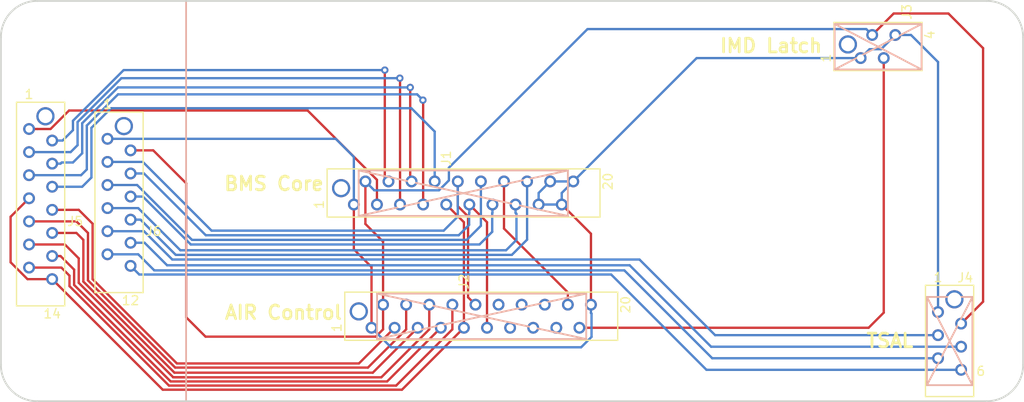
<source format=kicad_pcb>
(kicad_pcb (version 20171130) (host pcbnew 5.0.2-bee76a0~70~ubuntu16.04.1)

  (general
    (thickness 1.6)
    (drawings 37)
    (tracks 220)
    (zones 0)
    (modules 6)
    (nets 34)
  )

  (page A4)
  (layers
    (0 F.Cu signal)
    (31 B.Cu signal)
    (32 B.Adhes user)
    (33 F.Adhes user)
    (34 B.Paste user)
    (35 F.Paste user)
    (36 B.SilkS user)
    (37 F.SilkS user)
    (38 B.Mask user)
    (39 F.Mask user)
    (40 Dwgs.User user)
    (41 Cmts.User user)
    (42 Eco1.User user)
    (43 Eco2.User user)
    (44 Edge.Cuts user)
    (45 Margin user)
    (46 B.CrtYd user)
    (47 F.CrtYd user)
    (48 B.Fab user)
    (49 F.Fab user)
  )

  (setup
    (last_trace_width 0.25)
    (user_trace_width 0.254)
    (trace_clearance 0.2)
    (zone_clearance 0.508)
    (zone_45_only no)
    (trace_min 0.2)
    (segment_width 0.15)
    (edge_width 0.15)
    (via_size 0.8)
    (via_drill 0.4)
    (via_min_size 0.4)
    (via_min_drill 0.3)
    (uvia_size 0.3)
    (uvia_drill 0.1)
    (uvias_allowed no)
    (uvia_min_size 0.2)
    (uvia_min_drill 0.1)
    (pcb_text_width 0.3)
    (pcb_text_size 1.5 1.5)
    (mod_edge_width 0.15)
    (mod_text_size 1 1)
    (mod_text_width 0.15)
    (pad_size 1.524 1.524)
    (pad_drill 0.762)
    (pad_to_mask_clearance 0.051)
    (solder_mask_min_width 0.25)
    (aux_axis_origin 0 0)
    (visible_elements FFFFFF7F)
    (pcbplotparams
      (layerselection 0x010fc_ffffffff)
      (usegerberextensions false)
      (usegerberattributes false)
      (usegerberadvancedattributes false)
      (creategerberjobfile false)
      (excludeedgelayer true)
      (linewidth 0.100000)
      (plotframeref false)
      (viasonmask false)
      (mode 1)
      (useauxorigin false)
      (hpglpennumber 1)
      (hpglpenspeed 20)
      (hpglpendiameter 15.000000)
      (psnegative false)
      (psa4output false)
      (plotreference true)
      (plotvalue true)
      (plotinvisibletext false)
      (padsonsilk false)
      (subtractmaskfromsilk false)
      (outputformat 1)
      (mirror false)
      (drillshape 1)
      (scaleselection 1)
      (outputdirectory ""))
  )

  (net 0 "")
  (net 1 /MOSI_BMS)
  (net 2 /5V_BMS)
  (net 3 /GND)
  (net 4 /RESET_BMS)
  (net 5 /12V)
  (net 6 /MISO_BMS)
  (net 7 /SCK_BMS)
  (net 8 /RJ45_LED_O_BMS)
  (net 9 /RJ45_LED_G_BMS)
  (net 10 /CAN_HIGH)
  (net 11 /CAN_LOW)
  (net 12 /BSPD_CURRENT_SENSE)
  (net 13 /FAN_PWM)
  (net 14 /BMS_SENSE)
  (net 15 /CHARGE_ENABLE_1)
  (net 16 /CHARGE_ENABLE_2)
  (net 17 /IMD_SENSE)
  (net 18 /SS_TSMS)
  (net 19 /SS_BMS)
  (net 20 /SS_IMD)
  (net 21 /SS_MPC)
  (net 22 /SS_HVD)
  (net 23 /SS_HVD_CONNECTOR)
  (net 24 /RJ45_LED_O_AIRC)
  (net 25 /SCK_AIRC)
  (net 26 /MISO_AIRC)
  (net 27 /RESET_AIRC)
  (net 28 /5V_AIRC)
  (net 29 /MOSI_AIRC)
  (net 30 /TSAL_RED+)
  (net 31 /TSAL_GREEN+)
  (net 32 /TSAL_GREEN-)
  (net 33 /TSAL_RED-)

  (net_class Default "This is the default net class."
    (clearance 0.2)
    (trace_width 0.25)
    (via_dia 0.8)
    (via_drill 0.4)
    (uvia_dia 0.3)
    (uvia_drill 0.1)
    (add_net /12V)
    (add_net /5V_AIRC)
    (add_net /5V_BMS)
    (add_net /BMS_SENSE)
    (add_net /BSPD_CURRENT_SENSE)
    (add_net /CAN_HIGH)
    (add_net /CAN_LOW)
    (add_net /CHARGE_ENABLE_1)
    (add_net /CHARGE_ENABLE_2)
    (add_net /FAN_PWM)
    (add_net /GND)
    (add_net /IMD_SENSE)
    (add_net /MISO_AIRC)
    (add_net /MISO_BMS)
    (add_net /MOSI_AIRC)
    (add_net /MOSI_BMS)
    (add_net /RESET_AIRC)
    (add_net /RESET_BMS)
    (add_net /RJ45_LED_G_BMS)
    (add_net /RJ45_LED_O_AIRC)
    (add_net /RJ45_LED_O_BMS)
    (add_net /SCK_AIRC)
    (add_net /SCK_BMS)
    (add_net /SS_BMS)
    (add_net /SS_HVD)
    (add_net /SS_HVD_CONNECTOR)
    (add_net /SS_IMD)
    (add_net /SS_MPC)
    (add_net /SS_TSMS)
    (add_net /TSAL_GREEN+)
    (add_net /TSAL_GREEN-)
    (add_net /TSAL_RED+)
    (add_net /TSAL_RED-)
  )

  (module footprints:micromatch_female_vert_20 (layer F.Cu) (tedit 5C3D138E) (tstamp 5E1A873E)
    (at 71.7804 49.5808 90)
    (path /5DE4BB2A)
    (fp_text reference J1 (at 5.08 5.08 90) (layer F.SilkS)
      (effects (font (size 1 1) (thickness 0.15)))
    )
    (fp_text value MM_M_VT_20 (at 6.35 0 180) (layer F.Fab) hide
      (effects (font (size 1 1) (thickness 0.15)))
    )
    (fp_text user 20 (at 2.54 22.86 90) (layer F.SilkS)
      (effects (font (size 1 1) (thickness 0.15)))
    )
    (fp_text user 1 (at 0 -8.89 90) (layer F.SilkS)
      (effects (font (size 1 1) (thickness 0.15)))
    )
    (fp_line (start -1.38 21.99) (end 3.92 21.99) (layer F.SilkS) (width 0.15))
    (fp_line (start -1.38 -8.02) (end 3.92 -8.02) (layer F.SilkS) (width 0.15))
    (fp_line (start -1.38 21.99) (end -1.38 -8.02) (layer F.SilkS) (width 0.15))
    (fp_line (start 3.92 21.99) (end 3.92 -8.02) (layer F.SilkS) (width 0.15))
    (pad 5 thru_hole circle (at 0 0 90) (size 1.3 1.3) (drill 0.8) (layers *.Cu *.Mask)
      (net 1 /MOSI_BMS))
    (pad 3 thru_hole circle (at 0 -2.54 90) (size 1.3 1.3) (drill 0.8) (layers *.Cu *.Mask)
      (net 2 /5V_BMS))
    (pad 1 thru_hole circle (at 0 -5.08 90) (size 1.3 1.3) (drill 0.8) (layers *.Cu *.Mask)
      (net 3 /GND))
    (pad 7 thru_hole circle (at 0 2.54 90) (size 1.3 1.3) (drill 0.8) (layers *.Cu *.Mask)
      (net 4 /RESET_BMS))
    (pad 2 thru_hole circle (at 2.54 -3.81 90) (size 1.3 1.3) (drill 0.8) (layers *.Cu *.Mask)
      (net 5 /12V))
    (pad 4 thru_hole circle (at 2.54 -1.27 90) (size 1.3 1.3) (drill 0.8) (layers *.Cu *.Mask)
      (net 6 /MISO_BMS))
    (pad 6 thru_hole circle (at 2.54 1.27 90) (size 1.3 1.3) (drill 0.8) (layers *.Cu *.Mask)
      (net 7 /SCK_BMS))
    (pad 8 thru_hole circle (at 2.54 3.81 90) (size 1.3 1.3) (drill 0.8) (layers *.Cu *.Mask)
      (net 8 /RJ45_LED_O_BMS))
    (pad 9 thru_hole circle (at 0 5.08 90) (size 1.3 1.3) (drill 0.8) (layers *.Cu *.Mask)
      (net 9 /RJ45_LED_G_BMS))
    (pad 10 thru_hole circle (at 2.54 6.35 90) (size 1.3 1.3) (drill 0.8) (layers *.Cu *.Mask)
      (net 10 /CAN_HIGH))
    (pad 11 thru_hole circle (at 0 7.62 90) (size 1.3 1.3) (drill 0.8) (layers *.Cu *.Mask)
      (net 11 /CAN_LOW))
    (pad 12 thru_hole circle (at 2.54 8.89 90) (size 1.3 1.3) (drill 0.8) (layers *.Cu *.Mask)
      (net 12 /BSPD_CURRENT_SENSE))
    (pad 13 thru_hole circle (at 0 10.16 90) (size 1.3 1.3) (drill 0.8) (layers *.Cu *.Mask)
      (net 13 /FAN_PWM))
    (pad 14 thru_hole circle (at 2.54 11.43 90) (size 1.3 1.3) (drill 0.8) (layers *.Cu *.Mask)
      (net 14 /BMS_SENSE))
    (pad 15 thru_hole circle (at 0 12.7 90) (size 1.3 1.3) (drill 0.8) (layers *.Cu *.Mask)
      (net 15 /CHARGE_ENABLE_1))
    (pad 16 thru_hole circle (at 2.54 13.97 90) (size 1.3 1.3) (drill 0.8) (layers *.Cu *.Mask)
      (net 16 /CHARGE_ENABLE_2))
    (pad 17 thru_hole circle (at 0 15.24 90) (size 1.3 1.3) (drill 0.8) (layers *.Cu *.Mask)
      (net 3 /GND))
    (pad 18 thru_hole circle (at 2.54 16.51 90) (size 1.3 1.3) (drill 0.8) (layers *.Cu *.Mask)
      (net 3 /GND))
    (pad 19 thru_hole circle (at 0 17.78 90) (size 1.3 1.3) (drill 0.8) (layers *.Cu *.Mask)
      (net 3 /GND))
    (pad 20 thru_hole circle (at 2.54 19.05 90) (size 1.3 1.3) (drill 0.8) (layers *.Cu *.Mask)
      (net 3 /GND))
    (pad 21 thru_hole circle (at 1.8 -6.48 90) (size 2 2) (drill 1.5) (layers *.Cu *.Mask))
    (model ${LOCAL_DIR}/OEM_Preferred_Parts/3DModels/micromatch-female-vert-20/micromatch-female-vert-20.step
      (at (xyz 0 0 0))
      (scale (xyz 1 1 1))
      (rotate (xyz 0 0 0))
    )
  )

  (module footprints:micromatch_female_vert_20 (layer F.Cu) (tedit 5C3D138E) (tstamp 5DF2F8E5)
    (at 73.7235 63.1317 90)
    (path /5DE4BBDA)
    (fp_text reference J2 (at 5.08 5.08 90) (layer F.SilkS)
      (effects (font (size 1 1) (thickness 0.15)))
    )
    (fp_text value MM_M_VT_20 (at 6.35 0 180) (layer F.Fab) hide
      (effects (font (size 1 1) (thickness 0.15)))
    )
    (fp_line (start 3.92 21.99) (end 3.92 -8.02) (layer F.SilkS) (width 0.15))
    (fp_line (start -1.38 21.99) (end -1.38 -8.02) (layer F.SilkS) (width 0.15))
    (fp_line (start -1.38 -8.02) (end 3.92 -8.02) (layer F.SilkS) (width 0.15))
    (fp_line (start -1.38 21.99) (end 3.92 21.99) (layer F.SilkS) (width 0.15))
    (fp_text user 1 (at 0 -8.89 90) (layer F.SilkS)
      (effects (font (size 1 1) (thickness 0.15)))
    )
    (fp_text user 20 (at 2.54 22.86 90) (layer F.SilkS)
      (effects (font (size 1 1) (thickness 0.15)))
    )
    (pad 21 thru_hole circle (at 1.8 -6.48 90) (size 2 2) (drill 1.5) (layers *.Cu *.Mask))
    (pad 20 thru_hole circle (at 2.54 19.05 90) (size 1.3 1.3) (drill 0.8) (layers *.Cu *.Mask)
      (net 3 /GND))
    (pad 19 thru_hole circle (at 0 17.78 90) (size 1.3 1.3) (drill 0.8) (layers *.Cu *.Mask)
      (net 17 /IMD_SENSE))
    (pad 18 thru_hole circle (at 2.54 16.51 90) (size 1.3 1.3) (drill 0.8) (layers *.Cu *.Mask)
      (net 14 /BMS_SENSE))
    (pad 17 thru_hole circle (at 0 15.24 90) (size 1.3 1.3) (drill 0.8) (layers *.Cu *.Mask)
      (net 18 /SS_TSMS))
    (pad 16 thru_hole circle (at 2.54 13.97 90) (size 1.3 1.3) (drill 0.8) (layers *.Cu *.Mask)
      (net 19 /SS_BMS))
    (pad 15 thru_hole circle (at 0 12.7 90) (size 1.3 1.3) (drill 0.8) (layers *.Cu *.Mask)
      (net 20 /SS_IMD))
    (pad 14 thru_hole circle (at 2.54 11.43 90) (size 1.3 1.3) (drill 0.8) (layers *.Cu *.Mask)
      (net 21 /SS_MPC))
    (pad 13 thru_hole circle (at 0 10.16 90) (size 1.3 1.3) (drill 0.8) (layers *.Cu *.Mask)
      (net 22 /SS_HVD))
    (pad 12 thru_hole circle (at 2.54 8.89 90) (size 1.3 1.3) (drill 0.8) (layers *.Cu *.Mask)
      (net 23 /SS_HVD_CONNECTOR))
    (pad 11 thru_hole circle (at 0 7.62 90) (size 1.3 1.3) (drill 0.8) (layers *.Cu *.Mask)
      (net 11 /CAN_LOW))
    (pad 10 thru_hole circle (at 2.54 6.35 90) (size 1.3 1.3) (drill 0.8) (layers *.Cu *.Mask)
      (net 10 /CAN_HIGH))
    (pad 9 thru_hole circle (at 0 5.08 90) (size 1.3 1.3) (drill 0.8) (layers *.Cu *.Mask)
      (net 9 /RJ45_LED_G_BMS))
    (pad 8 thru_hole circle (at 2.54 3.81 90) (size 1.3 1.3) (drill 0.8) (layers *.Cu *.Mask)
      (net 24 /RJ45_LED_O_AIRC))
    (pad 6 thru_hole circle (at 2.54 1.27 90) (size 1.3 1.3) (drill 0.8) (layers *.Cu *.Mask)
      (net 25 /SCK_AIRC))
    (pad 4 thru_hole circle (at 2.54 -1.27 90) (size 1.3 1.3) (drill 0.8) (layers *.Cu *.Mask)
      (net 26 /MISO_AIRC))
    (pad 2 thru_hole circle (at 2.54 -3.81 90) (size 1.3 1.3) (drill 0.8) (layers *.Cu *.Mask)
      (net 5 /12V))
    (pad 7 thru_hole circle (at 0 2.54 90) (size 1.3 1.3) (drill 0.8) (layers *.Cu *.Mask)
      (net 27 /RESET_AIRC))
    (pad 1 thru_hole circle (at 0 -5.08 90) (size 1.3 1.3) (drill 0.8) (layers *.Cu *.Mask)
      (net 3 /GND))
    (pad 3 thru_hole circle (at 0 -2.54 90) (size 1.3 1.3) (drill 0.8) (layers *.Cu *.Mask)
      (net 28 /5V_AIRC))
    (pad 5 thru_hole circle (at 0 0 90) (size 1.3 1.3) (drill 0.8) (layers *.Cu *.Mask)
      (net 29 /MOSI_AIRC))
    (model ${LOCAL_DIR}/OEM_Preferred_Parts/3DModels/micromatch-female-vert-20/micromatch-female-vert-20.step
      (at (xyz 0 0 0))
      (scale (xyz 1 1 1))
      (rotate (xyz 0 0 0))
    )
  )

  (module footprints:micromatch_female_vert_4 (layer F.Cu) (tedit 5C16B8A4) (tstamp 5E1A876C)
    (at 127.508 33.4772 90)
    (path /5DE4BD50)
    (fp_text reference J3 (at 5.08 0 90) (layer F.SilkS)
      (effects (font (size 1 1) (thickness 0.15)))
    )
    (fp_text value MM_M_VT_04 (at 6.35 -1.27 180) (layer F.Fab) hide
      (effects (font (size 1 1) (thickness 0.15)))
    )
    (fp_text user 4 (at 2.54 2.54 90) (layer F.SilkS)
      (effects (font (size 1 1) (thickness 0.15)))
    )
    (fp_text user 1 (at 0 -8.89 90) (layer F.SilkS)
      (effects (font (size 1 1) (thickness 0.15)))
    )
    (fp_line (start -1.38 1.67) (end 3.92 1.67) (layer F.SilkS) (width 0.15))
    (fp_line (start -1.38 -8.02) (end 3.92 -8.02) (layer F.SilkS) (width 0.15))
    (fp_line (start -1.38 1.67) (end -1.38 -8.02) (layer F.SilkS) (width 0.15))
    (fp_line (start 3.92 1.67) (end 3.92 -8.02) (layer F.SilkS) (width 0.15))
    (pad 3 thru_hole circle (at 0 -2.54 90) (size 1.3 1.3) (drill 0.8) (layers *.Cu *.Mask)
      (net 17 /IMD_SENSE))
    (pad 1 thru_hole circle (at 0 -5.08 90) (size 1.3 1.3) (drill 0.8) (layers *.Cu *.Mask)
      (net 3 /GND))
    (pad 2 thru_hole circle (at 2.54 -3.81 90) (size 1.3 1.3) (drill 0.8) (layers *.Cu *.Mask)
      (net 5 /12V))
    (pad 4 thru_hole circle (at 2.54 -1.27 90) (size 1.3 1.3) (drill 0.8) (layers *.Cu *.Mask)
      (net 3 /GND))
    (pad 5 thru_hole circle (at 1.5 -6.48 90) (size 2 2) (drill 1.5) (layers *.Cu *.Mask))
    (model ${LOCAL_DIR}/OEM_Preferred_Parts/3DModels/micromatch_vert4/micromatch_vert4.wrl
      (at (xyz 0 0 0))
      (scale (xyz 1 1 1))
      (rotate (xyz 0 0 0))
    )
  )

  (module footprints:micromatch_female_vert_6 (layer F.Cu) (tedit 5C8B0EAA) (tstamp 5E1A877D)
    (at 130.937 66.4845)
    (path /5DE4BF0C)
    (fp_text reference J4 (at 2.9972 -8.8519) (layer F.SilkS)
      (effects (font (size 1 1) (thickness 0.15)))
    )
    (fp_text value MM_M_VT_06 (at 6.35 0 90) (layer F.Fab) hide
      (effects (font (size 1 1) (thickness 0.15)))
    )
    (fp_text user 6 (at 4.699 1.4224) (layer F.SilkS)
      (effects (font (size 1 1) (thickness 0.15)))
    )
    (fp_text user 1 (at 0 -8.89) (layer F.SilkS)
      (effects (font (size 1 1) (thickness 0.15)))
    )
    (fp_line (start -1.38 4.21) (end 3.92 4.21) (layer F.SilkS) (width 0.15))
    (fp_line (start -1.38 -8.02) (end 3.92 -8.02) (layer F.SilkS) (width 0.15))
    (fp_line (start -1.38 4.21) (end -1.38 -8.02) (layer F.SilkS) (width 0.15))
    (fp_line (start 3.92 4.21) (end 3.92 -8.02) (layer F.SilkS) (width 0.15))
    (pad 5 thru_hole circle (at 0 0) (size 1.3 1.3) (drill 0.8) (layers *.Cu *.Mask)
      (net 30 /TSAL_RED+))
    (pad 3 thru_hole circle (at 0 -2.54) (size 1.3 1.3) (drill 0.8) (layers *.Cu *.Mask)
      (net 31 /TSAL_GREEN+))
    (pad 1 thru_hole circle (at 0 -5.08) (size 1.3 1.3) (drill 0.8) (layers *.Cu *.Mask)
      (net 3 /GND))
    (pad 2 thru_hole circle (at 2.54 -3.81) (size 1.3 1.3) (drill 0.8) (layers *.Cu *.Mask)
      (net 5 /12V))
    (pad 4 thru_hole circle (at 2.54 -1.27) (size 1.3 1.3) (drill 0.8) (layers *.Cu *.Mask)
      (net 32 /TSAL_GREEN-))
    (pad 6 thru_hole circle (at 2.54 1.27) (size 1.3 1.3) (drill 0.8) (layers *.Cu *.Mask)
      (net 33 /TSAL_RED-))
    (pad 7 thru_hole circle (at 1.8 -6.48) (size 2 2) (drill 1.5) (layers *.Cu *.Mask))
    (model ${LOCAL_DIR}/OEM_Preferred_Parts/3DModels/MicroMatch_Female_VT_6/MM_F_VT_6.stp
      (offset (xyz 1.269999980926514 1.904999971389771 0))
      (scale (xyz 1 1 1))
      (rotate (xyz -90 0 90))
    )
  )

  (module footprints:micromatch_female_vert_14 (layer F.Cu) (tedit 5A772939) (tstamp 5E1A8796)
    (at 30.988 46.355)
    (path /5DE9B152)
    (fp_text reference J5 (at 5.08 5.08) (layer F.SilkS)
      (effects (font (size 1 1) (thickness 0.15)))
    )
    (fp_text value MM_M_VT_14 (at 6.35 0 90) (layer F.Fab) hide
      (effects (font (size 1 1) (thickness 0.15)))
    )
    (fp_text user 14 (at 2.54 15.24) (layer F.SilkS)
      (effects (font (size 1 1) (thickness 0.15)))
    )
    (fp_text user 1 (at 0 -8.89) (layer F.SilkS)
      (effects (font (size 1 1) (thickness 0.15)))
    )
    (fp_line (start -1.38 14.37) (end 3.92 14.37) (layer F.SilkS) (width 0.15))
    (fp_line (start -1.38 -8.02) (end 3.92 -8.02) (layer F.SilkS) (width 0.15))
    (fp_line (start -1.38 14.37) (end -1.38 -8.02) (layer F.SilkS) (width 0.15))
    (fp_line (start 3.92 14.37) (end 3.92 -8.02) (layer F.SilkS) (width 0.15))
    (pad 5 thru_hole circle (at 0 0) (size 1.3 1.3) (drill 0.8) (layers *.Cu *.Mask)
      (net 4 /RESET_BMS))
    (pad 3 thru_hole circle (at 0 -2.54) (size 1.3 1.3) (drill 0.8) (layers *.Cu *.Mask)
      (net 1 /MOSI_BMS))
    (pad 1 thru_hole circle (at 0 -5.08) (size 1.3 1.3) (drill 0.8) (layers *.Cu *.Mask)
      (net 2 /5V_BMS))
    (pad 7 thru_hole circle (at 0 2.54) (size 1.3 1.3) (drill 0.8) (layers *.Cu *.Mask)
      (net 9 /RJ45_LED_G_BMS))
    (pad 2 thru_hole circle (at 2.54 -3.81) (size 1.3 1.3) (drill 0.8) (layers *.Cu *.Mask)
      (net 6 /MISO_BMS))
    (pad 4 thru_hole circle (at 2.54 -1.27) (size 1.3 1.3) (drill 0.8) (layers *.Cu *.Mask)
      (net 7 /SCK_BMS))
    (pad 6 thru_hole circle (at 2.54 1.27) (size 1.3 1.3) (drill 0.8) (layers *.Cu *.Mask)
      (net 8 /RJ45_LED_O_BMS))
    (pad 8 thru_hole circle (at 2.54 3.81) (size 1.3 1.3) (drill 0.8) (layers *.Cu *.Mask)
      (net 28 /5V_AIRC))
    (pad 9 thru_hole circle (at 0 5.08) (size 1.3 1.3) (drill 0.8) (layers *.Cu *.Mask)
      (net 26 /MISO_AIRC))
    (pad 10 thru_hole circle (at 2.54 6.35) (size 1.3 1.3) (drill 0.8) (layers *.Cu *.Mask)
      (net 29 /MOSI_AIRC))
    (pad 11 thru_hole circle (at 0 7.62) (size 1.3 1.3) (drill 0.8) (layers *.Cu *.Mask)
      (net 25 /SCK_AIRC))
    (pad 12 thru_hole circle (at 2.54 8.89) (size 1.3 1.3) (drill 0.8) (layers *.Cu *.Mask)
      (net 27 /RESET_AIRC))
    (pad 13 thru_hole circle (at 0 10.16) (size 1.3 1.3) (drill 0.8) (layers *.Cu *.Mask)
      (net 24 /RJ45_LED_O_AIRC))
    (pad 14 thru_hole circle (at 2.54 11.43) (size 1.3 1.3) (drill 0.8) (layers *.Cu *.Mask)
      (net 9 /RJ45_LED_G_BMS))
    (pad 15 thru_hole circle (at 1.8 -6.48) (size 2 2) (drill 1.5) (layers *.Cu *.Mask))
  )

  (module footprints:micromatch_female_vert_12 (layer F.Cu) (tedit 5A7728CD) (tstamp 5E1A87AD)
    (at 39.6113 47.4345)
    (path /5DE9B00F)
    (fp_text reference J6 (at 5.08 5.08) (layer F.SilkS)
      (effects (font (size 1 1) (thickness 0.15)))
    )
    (fp_text value MM_M_VT_12 (at 6.35 0 90) (layer F.Fab) hide
      (effects (font (size 1 1) (thickness 0.15)))
    )
    (fp_text user 12 (at 2.54 12.7) (layer F.SilkS)
      (effects (font (size 1 1) (thickness 0.15)))
    )
    (fp_text user 1 (at 0 -8.89) (layer F.SilkS)
      (effects (font (size 1 1) (thickness 0.15)))
    )
    (fp_line (start -1.38 11.83) (end 3.92 11.83) (layer F.SilkS) (width 0.15))
    (fp_line (start -1.38 -8.02) (end 3.92 -8.02) (layer F.SilkS) (width 0.15))
    (fp_line (start -1.38 11.83) (end -1.38 -8.02) (layer F.SilkS) (width 0.15))
    (fp_line (start 3.92 11.83) (end 3.92 -8.02) (layer F.SilkS) (width 0.15))
    (pad 5 thru_hole circle (at 0 0) (size 1.3 1.3) (drill 0.8) (layers *.Cu *.Mask)
      (net 12 /BSPD_CURRENT_SENSE))
    (pad 3 thru_hole circle (at 0 -2.54) (size 1.3 1.3) (drill 0.8) (layers *.Cu *.Mask)
      (net 10 /CAN_HIGH))
    (pad 1 thru_hole circle (at 0 -5.08) (size 1.3 1.3) (drill 0.8) (layers *.Cu *.Mask)
      (net 3 /GND))
    (pad 7 thru_hole circle (at 0 2.54) (size 1.3 1.3) (drill 0.8) (layers *.Cu *.Mask)
      (net 15 /CHARGE_ENABLE_1))
    (pad 2 thru_hole circle (at 2.54 -3.81) (size 1.3 1.3) (drill 0.8) (layers *.Cu *.Mask)
      (net 5 /12V))
    (pad 4 thru_hole circle (at 2.54 -1.27) (size 1.3 1.3) (drill 0.8) (layers *.Cu *.Mask)
      (net 11 /CAN_LOW))
    (pad 6 thru_hole circle (at 2.54 1.27) (size 1.3 1.3) (drill 0.8) (layers *.Cu *.Mask)
      (net 13 /FAN_PWM))
    (pad 8 thru_hole circle (at 2.54 3.81) (size 1.3 1.3) (drill 0.8) (layers *.Cu *.Mask)
      (net 16 /CHARGE_ENABLE_2))
    (pad 9 thru_hole circle (at 0 5.08) (size 1.3 1.3) (drill 0.8) (layers *.Cu *.Mask)
      (net 31 /TSAL_GREEN+))
    (pad 10 thru_hole circle (at 2.54 6.35) (size 1.3 1.3) (drill 0.8) (layers *.Cu *.Mask)
      (net 32 /TSAL_GREEN-))
    (pad 11 thru_hole circle (at 0 7.62) (size 1.3 1.3) (drill 0.8) (layers *.Cu *.Mask)
      (net 30 /TSAL_RED+))
    (pad 12 thru_hole circle (at 2.54 8.89) (size 1.3 1.3) (drill 0.8) (layers *.Cu *.Mask)
      (net 33 /TSAL_RED-))
    (pad 13 thru_hole circle (at 1.8 -6.48) (size 2 2) (drill 1.5) (layers *.Cu *.Mask))
  )

  (gr_line (start 129.124381 29.730735) (end 119.574381 34.730735) (layer B.SilkS) (width 0.2))
  (gr_line (start 129.124381 34.730735) (end 119.574381 29.730735) (layer B.SilkS) (width 0.2))
  (gr_text TSAL (at 125.6411 64.5414) (layer F.SilkS)
    (effects (font (size 1.5 1.5) (thickness 0.3)))
  )
  (gr_text "IMD Latch" (at 112.5728 32.1183) (layer F.SilkS)
    (effects (font (size 1.5 1.5) (thickness 0.3)))
  )
  (gr_text "BMS Core" (at 57.912 47.2821) (layer F.SilkS)
    (effects (font (size 1.5 1.5) (thickness 0.3)))
  )
  (gr_text "AIR Control" (at 58.9534 61.4553) (layer F.SilkS)
    (effects (font (size 1.5 1.5) (thickness 0.3)))
  )
  (gr_line (start 134.717318 59.743735) (end 134.717318 69.443735) (layer B.SilkS) (width 0.2))
  (gr_line (start 90.2338 50.8343) (end 67.2338 50.8343) (layer B.SilkS) (width 0.2))
  (gr_line (start 119.574381 34.730735) (end 119.574381 29.730735) (layer B.SilkS) (width 0.2))
  (gr_line (start 27.891607 67.208935) (end 27.891607 31.190735) (layer Edge.Cuts) (width 0.2))
  (gr_line (start 129.124381 29.730735) (end 129.124381 34.730735) (layer B.SilkS) (width 0.2))
  (gr_line (start 129.717318 69.443735) (end 129.717318 59.743735) (layer B.SilkS) (width 0.2))
  (gr_line (start 134.717318 69.443735) (end 129.717318 69.443735) (layer B.SilkS) (width 0.2))
  (gr_line (start 134.717318 69.443735) (end 129.717318 59.743735) (layer B.SilkS) (width 0.2))
  (gr_line (start 69.2538 64.37409) (end 69.2538 59.37409) (layer B.SilkS) (width 0.2))
  (gr_line (start 92.2538 64.37409) (end 69.2538 64.37409) (layer B.SilkS) (width 0.2))
  (gr_arc (start 31.891607 31.190735) (end 31.891607 27.190735) (angle -90) (layer Edge.Cuts) (width 0.2))
  (gr_line (start 92.2538 59.37409) (end 69.2538 64.37409) (layer B.SilkS) (width 0.2))
  (gr_line (start 119.574381 29.730735) (end 129.124381 29.730735) (layer B.SilkS) (width 0.2))
  (gr_line (start 67.2338 45.8343) (end 90.2338 50.8343) (layer B.SilkS) (width 0.2))
  (gr_line (start 69.2538 59.37409) (end 92.2538 59.37409) (layer B.SilkS) (width 0.2))
  (gr_line (start 129.717318 59.743735) (end 134.717318 59.743735) (layer B.SilkS) (width 0.2))
  (gr_arc (start 31.891607 67.208935) (end 27.891607 67.208935) (angle -90) (layer Edge.Cuts) (width 0.2))
  (gr_line (start 90.2338 45.8343) (end 67.2338 50.8343) (layer B.SilkS) (width 0.2))
  (gr_line (start 129.717318 69.443735) (end 134.717318 59.743735) (layer B.SilkS) (width 0.2))
  (gr_line (start 67.2338 50.8343) (end 67.2338 45.8343) (layer B.SilkS) (width 0.2))
  (gr_line (start 90.2338 45.8343) (end 90.2338 50.8343) (layer B.SilkS) (width 0.2))
  (gr_arc (start 136.291607 31.190735) (end 140.291607 31.190735) (angle -90) (layer Edge.Cuts) (width 0.2))
  (gr_line (start 140.291607 67.208935) (end 140.291607 31.190735) (layer Edge.Cuts) (width 0.2))
  (gr_line (start 136.291607 27.190735) (end 31.891607 27.190735) (layer Edge.Cuts) (width 0.2))
  (gr_line (start 136.291607 71.208935) (end 31.891607 71.208935) (layer Edge.Cuts) (width 0.2))
  (gr_line (start 48.2538 71.208935) (end 48.2538 27.190735) (layer B.SilkS) (width 0.2))
  (gr_arc (start 136.291607 67.208935) (end 136.291607 71.208935) (angle -90) (layer Edge.Cuts) (width 0.2))
  (gr_line (start 129.124381 34.730735) (end 119.574381 34.730735) (layer B.SilkS) (width 0.2))
  (gr_line (start 92.2538 59.37409) (end 92.2538 64.37409) (layer B.SilkS) (width 0.2))
  (gr_line (start 69.2538 59.37409) (end 92.2538 64.37409) (layer B.SilkS) (width 0.2))
  (gr_line (start 67.2338 45.8343) (end 90.2338 45.8343) (layer B.SilkS) (width 0.2))

  (via (at 71.755 35.687) (size 0.8) (drill 0.4) (layers F.Cu B.Cu) (net 1))
  (segment (start 71.7804 35.7124) (end 71.755 35.687) (width 0.254) (layer F.Cu) (net 1))
  (segment (start 71.7804 49.5808) (end 71.7804 35.7124) (width 0.254) (layer F.Cu) (net 1))
  (segment (start 71.755 35.687) (end 41.140934 35.687) (width 0.254) (layer B.Cu) (net 1))
  (segment (start 35.56 43.815) (end 30.988 43.815) (width 0.254) (layer B.Cu) (net 1))
  (segment (start 41.140934 35.687) (end 36.322 40.505934) (width 0.254) (layer B.Cu) (net 1))
  (segment (start 36.322 40.505934) (end 36.322 43.053) (width 0.254) (layer B.Cu) (net 1))
  (segment (start 36.322 43.053) (end 35.56 43.815) (width 0.254) (layer B.Cu) (net 1))
  (segment (start 69.2404 46.864838) (end 61.618562 39.243) (width 0.254) (layer F.Cu) (net 2))
  (segment (start 69.2404 49.5808) (end 69.2404 46.864838) (width 0.254) (layer F.Cu) (net 2))
  (segment (start 31.907238 41.275) (end 30.988 41.275) (width 0.254) (layer F.Cu) (net 2))
  (segment (start 33.351962 41.275) (end 31.907238 41.275) (width 0.254) (layer F.Cu) (net 2))
  (segment (start 35.383962 39.243) (end 33.351962 41.275) (width 0.254) (layer F.Cu) (net 2))
  (segment (start 61.618562 39.243) (end 35.383962 39.243) (width 0.254) (layer F.Cu) (net 2))
  (segment (start 104.394 33.4772) (end 90.8304 47.0408) (width 0.254) (layer B.Cu) (net 3))
  (segment (start 122.428 33.4772) (end 104.394 33.4772) (width 0.254) (layer B.Cu) (net 3))
  (segment (start 90.8304 47.0408) (end 88.2904 47.0408) (width 0.254) (layer B.Cu) (net 3))
  (segment (start 87.0204 48.3108) (end 88.2904 47.0408) (width 0.254) (layer B.Cu) (net 3))
  (segment (start 87.0204 49.5808) (end 87.0204 48.3108) (width 0.254) (layer B.Cu) (net 3))
  (segment (start 87.0204 49.5808) (end 89.5604 49.5808) (width 0.254) (layer B.Cu) (net 3))
  (segment (start 89.5604 48.3108) (end 90.8304 47.0408) (width 0.254) (layer B.Cu) (net 3))
  (segment (start 89.5604 49.5808) (end 89.5604 48.3108) (width 0.254) (layer B.Cu) (net 3))
  (segment (start 64.7065 42.3545) (end 39.6113 42.3545) (width 0.254) (layer B.Cu) (net 3))
  (segment (start 66.7004 44.3484) (end 64.7065 42.3545) (width 0.254) (layer B.Cu) (net 3))
  (segment (start 66.7004 49.5808) (end 66.7004 44.3484) (width 0.254) (layer B.Cu) (net 3))
  (segment (start 123.405001 32.500199) (end 124.675001 32.500199) (width 0.254) (layer B.Cu) (net 3))
  (segment (start 125.588001 31.587199) (end 126.238 30.9372) (width 0.254) (layer B.Cu) (net 3))
  (segment (start 124.675001 32.500199) (end 125.588001 31.587199) (width 0.254) (layer B.Cu) (net 3))
  (segment (start 122.428 33.4772) (end 123.405001 32.500199) (width 0.254) (layer B.Cu) (net 3))
  (segment (start 126.238 30.9372) (end 127.9652 30.9372) (width 0.254) (layer B.Cu) (net 3))
  (segment (start 130.937 33.909) (end 130.937 61.4045) (width 0.254) (layer B.Cu) (net 3))
  (segment (start 127.9652 30.9372) (end 130.937 33.909) (width 0.254) (layer B.Cu) (net 3))
  (segment (start 66.7004 49.5808) (end 66.7004 54.5084) (width 0.254) (layer F.Cu) (net 3))
  (segment (start 68.6435 56.4515) (end 68.6435 63.1317) (width 0.254) (layer F.Cu) (net 3))
  (segment (start 66.7004 54.5084) (end 68.6435 56.4515) (width 0.254) (layer F.Cu) (net 3))
  (segment (start 92.7735 52.7939) (end 89.5604 49.5808) (width 0.254) (layer F.Cu) (net 3))
  (segment (start 92.7735 60.5917) (end 92.7735 52.7939) (width 0.254) (layer F.Cu) (net 3))
  (segment (start 92.7735 61.510938) (end 92.837 61.574438) (width 0.254) (layer B.Cu) (net 3))
  (segment (start 92.7735 60.5917) (end 92.7735 61.510938) (width 0.254) (layer B.Cu) (net 3))
  (segment (start 92.837 61.574438) (end 92.837 64.135) (width 0.254) (layer B.Cu) (net 3))
  (segment (start 92.837 64.135) (end 91.694 65.278) (width 0.254) (layer B.Cu) (net 3))
  (segment (start 70.7898 65.278) (end 68.6435 63.1317) (width 0.254) (layer B.Cu) (net 3))
  (segment (start 91.694 65.278) (end 70.7898 65.278) (width 0.254) (layer B.Cu) (net 3))
  (via (at 74.295 38.1) (size 0.8) (drill 0.4) (layers F.Cu B.Cu) (net 4))
  (segment (start 74.3204 38.1254) (end 74.295 38.1) (width 0.254) (layer F.Cu) (net 4))
  (segment (start 74.3204 49.5808) (end 74.3204 38.1254) (width 0.254) (layer F.Cu) (net 4))
  (segment (start 74.295 38.1) (end 73.66 37.465) (width 0.254) (layer B.Cu) (net 4))
  (segment (start 73.66 37.465) (end 40.767 37.465) (width 0.254) (layer B.Cu) (net 4))
  (segment (start 40.767 37.465) (end 37.338 40.894) (width 0.254) (layer B.Cu) (net 4))
  (segment (start 37.338 40.894) (end 37.338 45.72) (width 0.254) (layer B.Cu) (net 4))
  (segment (start 36.703 46.355) (end 30.988 46.355) (width 0.254) (layer B.Cu) (net 4))
  (segment (start 37.338 45.72) (end 36.703 46.355) (width 0.254) (layer B.Cu) (net 4))
  (segment (start 133.477 62.6745) (end 135.89 60.2615) (width 0.254) (layer F.Cu) (net 5))
  (segment (start 135.89 60.2615) (end 135.89 32.385) (width 0.254) (layer F.Cu) (net 5))
  (segment (start 135.89 32.385) (end 132.08 28.575) (width 0.254) (layer F.Cu) (net 5))
  (segment (start 126.0602 28.575) (end 123.698 30.9372) (width 0.254) (layer F.Cu) (net 5))
  (segment (start 132.08 28.575) (end 126.0602 28.575) (width 0.254) (layer F.Cu) (net 5))
  (segment (start 69.9135 60.5917) (end 69.9135 53.6575) (width 0.254) (layer F.Cu) (net 5))
  (segment (start 67.9704 51.7144) (end 67.9704 47.0408) (width 0.254) (layer F.Cu) (net 5))
  (segment (start 69.9135 53.6575) (end 67.9704 51.7144) (width 0.254) (layer F.Cu) (net 5))
  (segment (start 69.112461 64.108701) (end 50.392701 64.108701) (width 0.254) (layer F.Cu) (net 5))
  (segment (start 69.9135 63.307662) (end 69.112461 64.108701) (width 0.254) (layer F.Cu) (net 5))
  (segment (start 69.9135 60.5917) (end 69.9135 63.307662) (width 0.254) (layer F.Cu) (net 5))
  (segment (start 50.392701 64.108701) (end 48.26 61.976) (width 0.254) (layer F.Cu) (net 5))
  (segment (start 48.26 61.976) (end 48.26 47.244) (width 0.254) (layer F.Cu) (net 5))
  (segment (start 44.6405 43.6245) (end 42.1513 43.6245) (width 0.254) (layer F.Cu) (net 5))
  (segment (start 48.26 47.244) (end 44.6405 43.6245) (width 0.254) (layer F.Cu) (net 5))
  (segment (start 77.153399 45.528601) (end 92.394799 30.287201) (width 0.254) (layer B.Cu) (net 5))
  (segment (start 67.9704 47.0408) (end 68.947401 48.017801) (width 0.254) (layer B.Cu) (net 5))
  (segment (start 77.153399 46.923763) (end 77.153399 45.528601) (width 0.254) (layer B.Cu) (net 5))
  (segment (start 92.394799 30.287201) (end 123.048001 30.287201) (width 0.254) (layer B.Cu) (net 5))
  (segment (start 68.947401 48.017801) (end 76.059361 48.017801) (width 0.254) (layer B.Cu) (net 5))
  (segment (start 123.048001 30.287201) (end 123.698 30.9372) (width 0.254) (layer B.Cu) (net 5))
  (segment (start 76.059361 48.017801) (end 77.153399 46.923763) (width 0.254) (layer B.Cu) (net 5))
  (segment (start 33.528 42.545) (end 34.671 42.545) (width 0.254) (layer B.Cu) (net 6))
  (segment (start 34.671 42.545) (end 35.814 41.402) (width 0.254) (layer B.Cu) (net 6))
  (segment (start 35.814 41.402) (end 35.814001 40.371867) (width 0.254) (layer B.Cu) (net 6))
  (via (at 70.104 34.798) (size 0.8) (drill 0.4) (layers F.Cu B.Cu) (net 6))
  (segment (start 41.387868 34.798) (end 70.104 34.798) (width 0.254) (layer B.Cu) (net 6))
  (segment (start 35.814001 40.371867) (end 41.387868 34.798) (width 0.254) (layer B.Cu) (net 6))
  (segment (start 70.104 46.6344) (end 70.5104 47.0408) (width 0.254) (layer F.Cu) (net 6))
  (segment (start 70.104 34.798) (end 70.104 46.6344) (width 0.254) (layer F.Cu) (net 6))
  (segment (start 34.447238 45.085) (end 34.574238 44.958) (width 0.254) (layer B.Cu) (net 7))
  (segment (start 33.528 45.085) (end 34.447238 45.085) (width 0.254) (layer B.Cu) (net 7))
  (segment (start 34.574238 44.958) (end 35.814 44.958) (width 0.254) (layer B.Cu) (net 7))
  (segment (start 35.814 44.958) (end 36.83 43.942) (width 0.254) (layer B.Cu) (net 7))
  (segment (start 36.83 43.942) (end 36.83 40.64) (width 0.254) (layer B.Cu) (net 7))
  (via (at 72.898 36.703) (size 0.8) (drill 0.4) (layers F.Cu B.Cu) (net 7))
  (segment (start 40.767 36.703) (end 72.898 36.703) (width 0.254) (layer B.Cu) (net 7))
  (segment (start 36.83 40.64) (end 40.767 36.703) (width 0.254) (layer B.Cu) (net 7))
  (segment (start 72.898 46.8884) (end 73.0504 47.0408) (width 0.254) (layer F.Cu) (net 7))
  (segment (start 72.898 36.703) (end 72.898 46.8884) (width 0.254) (layer F.Cu) (net 7))
  (segment (start 75.5904 41.5544) (end 75.5904 47.0408) (width 0.254) (layer B.Cu) (net 8))
  (segment (start 33.528 47.625) (end 36.83 47.625) (width 0.254) (layer B.Cu) (net 8))
  (segment (start 36.83 47.625) (end 37.846 46.609) (width 0.254) (layer B.Cu) (net 8))
  (segment (start 73.025 38.989) (end 75.5904 41.5544) (width 0.254) (layer B.Cu) (net 8))
  (segment (start 37.846 46.609) (end 37.846 41.148) (width 0.254) (layer B.Cu) (net 8))
  (segment (start 40.005 38.989) (end 73.025 38.989) (width 0.254) (layer B.Cu) (net 8))
  (segment (start 37.846 41.148) (end 40.005 38.989) (width 0.254) (layer B.Cu) (net 8))
  (segment (start 78.8035 51.5239) (end 76.8604 49.5808) (width 0.254) (layer F.Cu) (net 9))
  (segment (start 78.8035 63.1317) (end 78.8035 51.5239) (width 0.254) (layer F.Cu) (net 9))
  (segment (start 71.99317 69.94203) (end 78.8035 63.1317) (width 0.254) (layer F.Cu) (net 9))
  (segment (start 45.68503 69.94203) (end 71.99317 69.94203) (width 0.254) (layer F.Cu) (net 9))
  (segment (start 33.528 57.785) (end 45.68503 69.94203) (width 0.254) (layer F.Cu) (net 9))
  (segment (start 30.812038 57.785) (end 28.956 55.928962) (width 0.254) (layer F.Cu) (net 9))
  (segment (start 33.528 57.785) (end 30.812038 57.785) (width 0.254) (layer F.Cu) (net 9))
  (segment (start 28.956 50.927) (end 30.988 48.895) (width 0.254) (layer F.Cu) (net 9))
  (segment (start 28.956 55.928962) (end 28.956 50.927) (width 0.254) (layer F.Cu) (net 9))
  (segment (start 78.1304 47.960038) (end 78.1304 47.0408) (width 0.254) (layer F.Cu) (net 10))
  (segment (start 79.25751 50.883872) (end 78.1304 49.756762) (width 0.254) (layer F.Cu) (net 10))
  (segment (start 78.1304 49.756762) (end 78.1304 47.960038) (width 0.254) (layer F.Cu) (net 10))
  (segment (start 79.25751 59.77571) (end 79.25751 50.883872) (width 0.254) (layer F.Cu) (net 10))
  (segment (start 80.0735 60.5917) (end 79.25751 59.77571) (width 0.254) (layer F.Cu) (net 10))
  (segment (start 39.6113 44.8945) (end 43.4975 44.8945) (width 0.254) (layer B.Cu) (net 10))
  (segment (start 43.4975 44.8945) (end 51.054 52.451) (width 0.254) (layer B.Cu) (net 10))
  (segment (start 51.054 52.451) (end 76.581 52.451) (width 0.254) (layer B.Cu) (net 10))
  (segment (start 78.1304 50.9016) (end 78.1304 47.0408) (width 0.254) (layer B.Cu) (net 10))
  (segment (start 76.581 52.451) (end 78.1304 50.9016) (width 0.254) (layer B.Cu) (net 10))
  (segment (start 81.3435 51.5239) (end 81.3435 63.1317) (width 0.254) (layer F.Cu) (net 11))
  (segment (start 79.4004 49.5808) (end 81.3435 51.5239) (width 0.254) (layer F.Cu) (net 11))
  (segment (start 79.4004 50.500038) (end 79.375 50.525438) (width 0.254) (layer B.Cu) (net 11))
  (segment (start 79.4004 49.5808) (end 79.4004 50.500038) (width 0.254) (layer B.Cu) (net 11))
  (segment (start 79.375 50.525438) (end 79.375 51.816) (width 0.254) (layer B.Cu) (net 11))
  (segment (start 79.375 51.816) (end 78.232 52.959) (width 0.254) (layer B.Cu) (net 11))
  (segment (start 78.232 52.959) (end 50.419 52.959) (width 0.254) (layer B.Cu) (net 11))
  (segment (start 43.6245 46.1645) (end 42.1513 46.1645) (width 0.254) (layer B.Cu) (net 11))
  (segment (start 50.419 52.959) (end 43.6245 46.1645) (width 0.254) (layer B.Cu) (net 11))
  (segment (start 80.6704 51.9176) (end 80.6704 47.0408) (width 0.254) (layer B.Cu) (net 12))
  (segment (start 39.6113 47.4345) (end 42.869566 47.4345) (width 0.254) (layer B.Cu) (net 12))
  (segment (start 42.869566 47.4345) (end 48.902066 53.467) (width 0.254) (layer B.Cu) (net 12))
  (segment (start 48.902066 53.467) (end 79.121 53.467) (width 0.254) (layer B.Cu) (net 12))
  (segment (start 79.121 53.467) (end 80.6704 51.9176) (width 0.254) (layer B.Cu) (net 12))
  (segment (start 81.915 52.578) (end 80.518 53.975) (width 0.254) (layer B.Cu) (net 13))
  (segment (start 81.915 50.525438) (end 81.915 52.578) (width 0.254) (layer B.Cu) (net 13))
  (segment (start 81.9404 50.500038) (end 81.915 50.525438) (width 0.254) (layer B.Cu) (net 13))
  (segment (start 81.9404 49.5808) (end 81.9404 50.500038) (width 0.254) (layer B.Cu) (net 13))
  (segment (start 42.1513 48.7045) (end 43.4975 48.7045) (width 0.254) (layer B.Cu) (net 13))
  (segment (start 43.4975 48.7045) (end 48.768 53.975) (width 0.254) (layer B.Cu) (net 13))
  (segment (start 80.518 53.975) (end 48.768 53.975) (width 0.254) (layer B.Cu) (net 13))
  (segment (start 90.2335 60.5917) (end 90.2335 59.2455) (width 0.254) (layer F.Cu) (net 14))
  (segment (start 83.2104 52.2224) (end 83.2104 47.0408) (width 0.254) (layer F.Cu) (net 14))
  (segment (start 90.2335 59.2455) (end 83.2104 52.2224) (width 0.254) (layer F.Cu) (net 14))
  (segment (start 84.4804 50.500038) (end 84.582 50.601638) (width 0.254) (layer B.Cu) (net 15))
  (segment (start 84.4804 49.5808) (end 84.4804 50.500038) (width 0.254) (layer B.Cu) (net 15))
  (segment (start 84.582 50.601638) (end 84.582 53.467) (width 0.254) (layer B.Cu) (net 15))
  (segment (start 84.582 53.467) (end 83.439 54.61) (width 0.254) (layer B.Cu) (net 15))
  (segment (start 83.439 54.61) (end 47.625 54.61) (width 0.254) (layer B.Cu) (net 15))
  (segment (start 42.9895 49.9745) (end 39.6113 49.9745) (width 0.254) (layer B.Cu) (net 15))
  (segment (start 47.625 54.61) (end 42.9895 49.9745) (width 0.254) (layer B.Cu) (net 15))
  (segment (start 42.1513 51.2445) (end 43.2435 51.2445) (width 0.254) (layer B.Cu) (net 16))
  (segment (start 43.2435 51.2445) (end 47.117 55.118) (width 0.254) (layer B.Cu) (net 16))
  (segment (start 47.117 55.118) (end 84.074 55.118) (width 0.254) (layer B.Cu) (net 16))
  (segment (start 85.7504 53.4416) (end 85.7504 49.657) (width 0.254) (layer B.Cu) (net 16))
  (segment (start 84.074 55.118) (end 85.7504 53.4416) (width 0.254) (layer B.Cu) (net 16))
  (segment (start 85.7504 49.657) (end 85.7504 47.0408) (width 0.254) (layer B.Cu) (net 16))
  (segment (start 124.968 33.4772) (end 124.968 61.468) (width 0.254) (layer F.Cu) (net 17))
  (segment (start 123.3043 63.1317) (end 91.5035 63.1317) (width 0.254) (layer F.Cu) (net 17))
  (segment (start 124.968 61.468) (end 123.3043 63.1317) (width 0.254) (layer F.Cu) (net 17))
  (segment (start 77.5335 63.307662) (end 77.5335 60.5917) (width 0.254) (layer F.Cu) (net 24))
  (segment (start 46.366954 69.48802) (end 71.353142 69.48802) (width 0.254) (layer F.Cu) (net 24))
  (segment (start 35.433 58.554066) (end 46.366954 69.48802) (width 0.254) (layer F.Cu) (net 24))
  (segment (start 35.433 57.404) (end 35.433 58.554066) (width 0.254) (layer F.Cu) (net 24))
  (segment (start 34.544 56.515) (end 35.433 57.404) (width 0.254) (layer F.Cu) (net 24))
  (segment (start 71.353142 69.48802) (end 77.5335 63.307662) (width 0.254) (layer F.Cu) (net 24))
  (segment (start 30.988 56.515) (end 34.544 56.515) (width 0.254) (layer F.Cu) (net 24))
  (segment (start 74.9935 63.307662) (end 69.721162 68.58) (width 0.254) (layer F.Cu) (net 25))
  (segment (start 74.9935 60.5917) (end 74.9935 63.307662) (width 0.254) (layer F.Cu) (net 25))
  (segment (start 48.006 68.58) (end 46.841801 68.579999) (width 0.254) (layer F.Cu) (net 25))
  (segment (start 69.721162 68.58) (end 48.006 68.58) (width 0.254) (layer F.Cu) (net 25))
  (segment (start 30.988 53.975) (end 34.925 53.975) (width 0.254) (layer F.Cu) (net 25))
  (segment (start 34.925 53.975) (end 36.449 55.499) (width 0.254) (layer F.Cu) (net 25))
  (segment (start 46.841802 68.58) (end 46.863 68.58) (width 0.254) (layer F.Cu) (net 25))
  (segment (start 36.449 58.187198) (end 46.841802 68.58) (width 0.254) (layer F.Cu) (net 25))
  (segment (start 36.449 55.499) (end 36.449 58.187198) (width 0.254) (layer F.Cu) (net 25))
  (segment (start 48.006 68.58) (end 46.863 68.58) (width 0.254) (layer F.Cu) (net 25))
  (segment (start 47.055944 67.51001) (end 68.251152 67.51001) (width 0.254) (layer F.Cu) (net 26))
  (segment (start 37.465 57.919066) (end 47.055944 67.51001) (width 0.254) (layer F.Cu) (net 26))
  (segment (start 37.465 52.705) (end 37.465 57.919066) (width 0.254) (layer F.Cu) (net 26))
  (segment (start 72.4535 63.307662) (end 72.4535 60.5917) (width 0.254) (layer F.Cu) (net 26))
  (segment (start 36.195 51.435) (end 37.465 52.705) (width 0.254) (layer F.Cu) (net 26))
  (segment (start 68.251152 67.51001) (end 72.4535 63.307662) (width 0.254) (layer F.Cu) (net 26))
  (segment (start 30.988 51.435) (end 36.195 51.435) (width 0.254) (layer F.Cu) (net 26))
  (segment (start 34.447238 55.245) (end 35.941 56.738762) (width 0.254) (layer F.Cu) (net 27))
  (segment (start 33.528 55.245) (end 34.447238 55.245) (width 0.254) (layer F.Cu) (net 27))
  (segment (start 35.941 56.738762) (end 35.941 58.42) (width 0.254) (layer F.Cu) (net 27))
  (segment (start 75.613501 63.781699) (end 76.2635 63.1317) (width 0.254) (layer F.Cu) (net 27))
  (segment (start 70.36119 69.03401) (end 75.613501 63.781699) (width 0.254) (layer F.Cu) (net 27))
  (segment (start 46.55501 69.03401) (end 70.36119 69.03401) (width 0.254) (layer F.Cu) (net 27))
  (segment (start 35.941 58.42) (end 46.55501 69.03401) (width 0.254) (layer F.Cu) (net 27))
  (segment (start 67.2592 67.056) (end 71.1835 63.1317) (width 0.254) (layer F.Cu) (net 28))
  (segment (start 33.528 50.165) (end 36.449 50.165) (width 0.254) (layer F.Cu) (net 28))
  (segment (start 36.449 50.165) (end 37.973 51.689) (width 0.254) (layer F.Cu) (net 28))
  (segment (start 37.973 51.689) (end 37.973 57.785) (width 0.254) (layer F.Cu) (net 28))
  (segment (start 47.244 67.056) (end 67.2592 67.056) (width 0.254) (layer F.Cu) (net 28))
  (segment (start 37.973 57.785) (end 47.244 67.056) (width 0.254) (layer F.Cu) (net 28))
  (segment (start 46.975868 68.072) (end 68.7832 68.072) (width 0.254) (layer F.Cu) (net 29))
  (segment (start 68.7832 68.072) (end 73.7235 63.1317) (width 0.254) (layer F.Cu) (net 29))
  (segment (start 33.528 52.705) (end 36.195 52.705) (width 0.254) (layer F.Cu) (net 29))
  (segment (start 36.957 58.053132) (end 46.975868 68.072) (width 0.254) (layer F.Cu) (net 29))
  (segment (start 36.195 52.705) (end 36.957 53.467) (width 0.254) (layer F.Cu) (net 29))
  (segment (start 36.957 53.467) (end 36.957 58.053132) (width 0.254) (layer F.Cu) (net 29))
  (segment (start 96.44699 56.82299) (end 106.1085 66.4845) (width 0.254) (layer B.Cu) (net 30))
  (segment (start 44.75799 56.82299) (end 96.44699 56.82299) (width 0.254) (layer B.Cu) (net 30))
  (segment (start 42.9895 55.0545) (end 44.75799 56.82299) (width 0.254) (layer B.Cu) (net 30))
  (segment (start 106.1085 66.4845) (end 130.937 66.4845) (width 0.254) (layer B.Cu) (net 30))
  (segment (start 39.6113 55.0545) (end 42.9895 55.0545) (width 0.254) (layer B.Cu) (net 30))
  (segment (start 39.6113 52.5145) (end 43.6245 52.5145) (width 0.254) (layer B.Cu) (net 31))
  (segment (start 43.6245 52.5145) (end 46.736 55.626) (width 0.254) (layer B.Cu) (net 31))
  (segment (start 106.426 63.9445) (end 130.937 63.9445) (width 0.254) (layer B.Cu) (net 31))
  (segment (start 98.1075 55.626) (end 106.426 63.9445) (width 0.254) (layer B.Cu) (net 31))
  (segment (start 46.736 55.626) (end 98.1075 55.626) (width 0.254) (layer B.Cu) (net 31))
  (segment (start 43.688 53.7845) (end 42.1513 53.7845) (width 0.254) (layer B.Cu) (net 32))
  (segment (start 133.477 65.2145) (end 105.9815 65.2145) (width 0.254) (layer B.Cu) (net 32))
  (segment (start 105.9815 65.2145) (end 97.028 56.261) (width 0.254) (layer B.Cu) (net 32))
  (segment (start 97.028 56.261) (end 46.1645 56.261) (width 0.254) (layer B.Cu) (net 32))
  (segment (start 46.1645 56.261) (end 43.688 53.7845) (width 0.254) (layer B.Cu) (net 32))
  (segment (start 43.1038 57.277) (end 42.1513 56.3245) (width 0.254) (layer B.Cu) (net 33))
  (segment (start 94.996 57.277) (end 43.1038 57.277) (width 0.254) (layer B.Cu) (net 33))
  (segment (start 105.4735 67.7545) (end 94.996 57.277) (width 0.254) (layer B.Cu) (net 33))
  (segment (start 133.477 67.7545) (end 105.4735 67.7545) (width 0.254) (layer B.Cu) (net 33))

)

</source>
